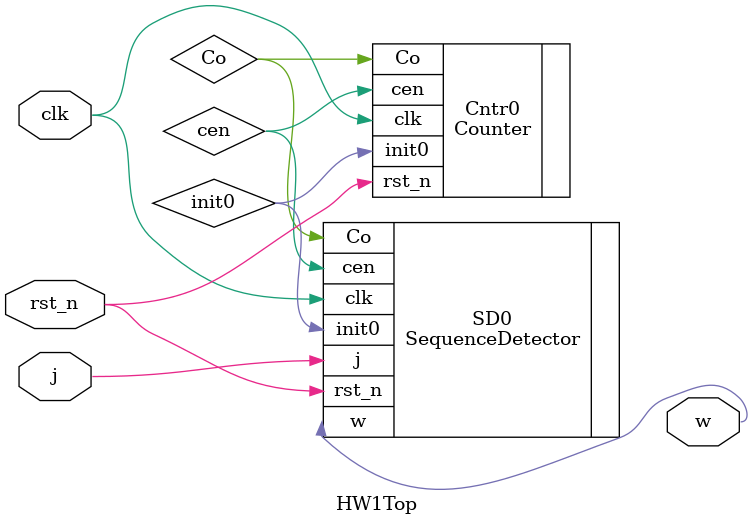
<source format=v>
`timescale 1ns/1ps
/*
Jonathan Lopez
ECE 5722 Fall 2023 WPI
Homework 1: RTL Design and Simulation
Simualtor: Mentor Graphics Questa Intel FPGA Starter Editon 2023.1
Top Module
*/
module HW1Top(      
    input clk,              // CLK for clocking in data ti input j on thge posedge
    input rst_n,            // A-synchronous reset
    input j,                // Input j to look for sequence 11010
    output w                 // Asserted when 11010 is found
);

// Wires
wire Co;
wire cen;
wire init0;

// Sequence Detector Instantiation
SequenceDetector SD0(
    .clk(clk),
    .rst_n(rst_n),          
    .j(j),
    .Co(Co),
    .w(w),
    .init0(init0),
    .cen(cen)
);

// Counter Instantiation
Counter Cntr0(
    .clk(clk),
    .rst_n(rst_n),
    .init0(init0),
    .cen(cen),
    .Co(Co)
);
endmodule
</source>
